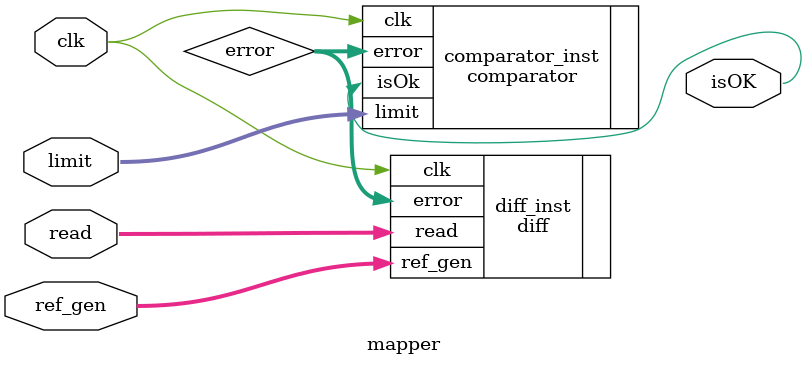
<source format=v>
`timescale 1ns / 1ps
/*
This is a single core for the mapper. it takes read and reference genome and gives the location whear it mappes
to the reference genome.
PARAMS:

INPUTS:

OUTPUT:
*/

module mapper#(parameter m = 24,
               parameter n = 5)
              (input [m-1:0] read,
               input [m-1:0] ref_gen,
               input [n-1:0] limit,
               input         clk,
               output        isOK);
    // to carry calculated error of the read from the ref genome
    wire [n-1:0] error;
    
    // an instant of the Diff module
    diff #(.m(m),
           .n(n)) 
    diff_inst(.read(read),
              .ref_gen(ref_gen),
              .clk(clk),
              .error(error));
    
    // Comparator to compare calculated error and the limit of the error given
    comparator #(.n(n))
    comparator_inst (.error(error),
                     .limit(limit),
                     .clk(clk),
                     .isOk(isOK));
endmodule

</source>
